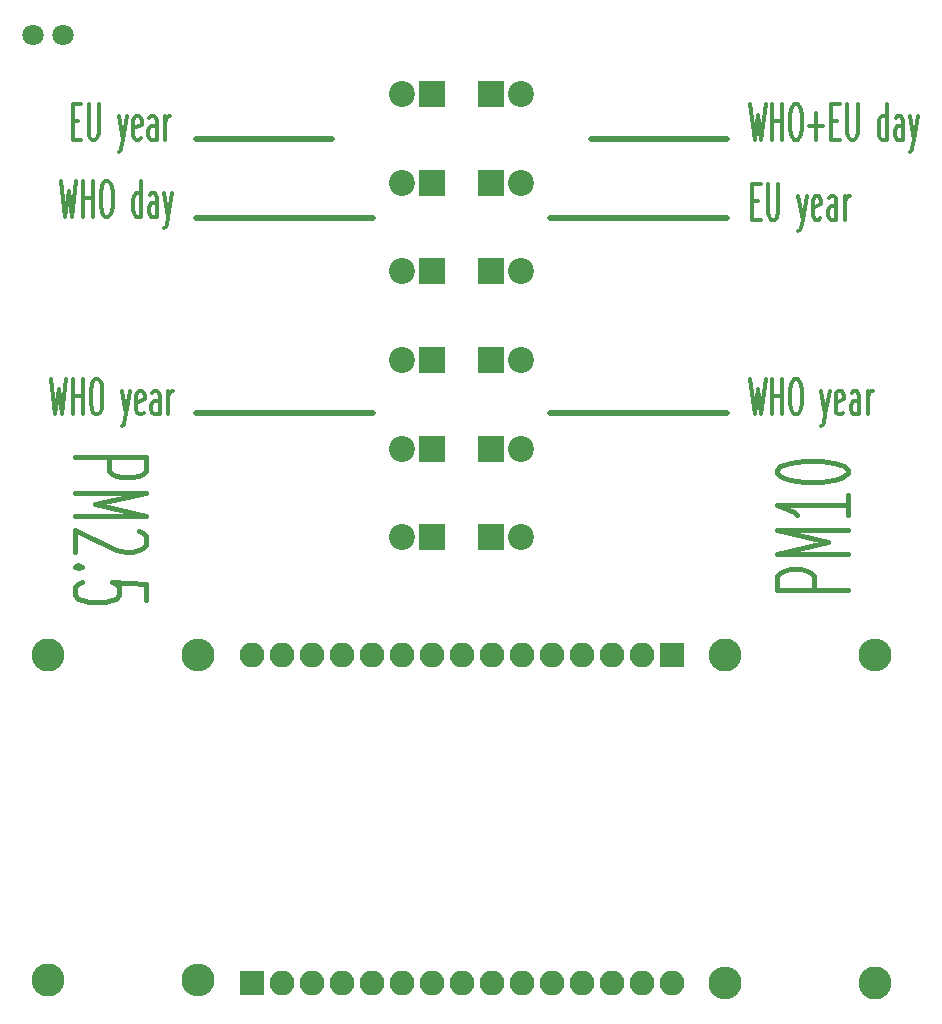
<source format=gbr>
G04 #@! TF.FileFunction,Soldermask,Top*
%FSLAX46Y46*%
G04 Gerber Fmt 4.6, Leading zero omitted, Abs format (unit mm)*
G04 Created by KiCad (PCBNEW 4.0.6+dfsg1-1) date Fri Aug 24 17:23:30 2018*
%MOMM*%
%LPD*%
G01*
G04 APERTURE LIST*
%ADD10C,0.100000*%
%ADD11C,0.500000*%
%ADD12C,0.400000*%
%ADD13C,0.300000*%
%ADD14R,2.200000X2.200000*%
%ADD15C,2.200000*%
%ADD16R,2.100000X2.100000*%
%ADD17O,2.100000X2.100000*%
%ADD18C,1.797000*%
%ADD19C,2.800000*%
%ADD20O,2.800000X2.800000*%
G04 APERTURE END LIST*
D10*
D11*
X80000000Y-87000000D02*
X65000000Y-87000000D01*
X80000000Y-70500000D02*
X65000000Y-70500000D01*
X65000000Y-63750000D02*
X76500000Y-63750000D01*
X110000000Y-63750000D02*
X98500000Y-63750000D01*
X110000000Y-70500000D02*
X95000000Y-70500000D01*
X110000000Y-87000000D02*
X95000000Y-87000000D01*
D12*
X54785714Y-90714286D02*
X60785714Y-90714286D01*
X60785714Y-91857143D01*
X60500000Y-92142857D01*
X60214286Y-92285714D01*
X59642857Y-92428571D01*
X58785714Y-92428571D01*
X58214286Y-92285714D01*
X57928571Y-92142857D01*
X57642857Y-91857143D01*
X57642857Y-90714286D01*
X54785714Y-93714286D02*
X60785714Y-93714286D01*
X56500000Y-94714286D01*
X60785714Y-95714286D01*
X54785714Y-95714286D01*
X60214286Y-97000000D02*
X60500000Y-97142857D01*
X60785714Y-97428571D01*
X60785714Y-98142857D01*
X60500000Y-98428571D01*
X60214286Y-98571428D01*
X59642857Y-98714285D01*
X59071429Y-98714285D01*
X58214286Y-98571428D01*
X54785714Y-96857142D01*
X54785714Y-98714285D01*
X55357143Y-100000000D02*
X55071429Y-100142857D01*
X54785714Y-100000000D01*
X55071429Y-99857143D01*
X55357143Y-100000000D01*
X54785714Y-100000000D01*
X60785714Y-102857142D02*
X60785714Y-101428571D01*
X57928571Y-101285714D01*
X58214286Y-101428571D01*
X58500000Y-101714285D01*
X58500000Y-102428571D01*
X58214286Y-102714285D01*
X57928571Y-102857142D01*
X57357143Y-102999999D01*
X55928571Y-102999999D01*
X55357143Y-102857142D01*
X55071429Y-102714285D01*
X54785714Y-102428571D01*
X54785714Y-101714285D01*
X55071429Y-101428571D01*
X55357143Y-101285714D01*
D13*
X52750000Y-84107143D02*
X53107143Y-87107143D01*
X53392857Y-84964286D01*
X53678571Y-87107143D01*
X54035714Y-84107143D01*
X54607143Y-87107143D02*
X54607143Y-84107143D01*
X54607143Y-85535714D02*
X55464286Y-85535714D01*
X55464286Y-87107143D02*
X55464286Y-84107143D01*
X56464286Y-84107143D02*
X56750000Y-84107143D01*
X56892858Y-84250000D01*
X57035715Y-84535714D01*
X57107143Y-85107143D01*
X57107143Y-86107143D01*
X57035715Y-86678571D01*
X56892858Y-86964286D01*
X56750000Y-87107143D01*
X56464286Y-87107143D01*
X56321429Y-86964286D01*
X56178572Y-86678571D01*
X56107143Y-86107143D01*
X56107143Y-85107143D01*
X56178572Y-84535714D01*
X56321429Y-84250000D01*
X56464286Y-84107143D01*
X58750001Y-85107143D02*
X59107144Y-87107143D01*
X59464286Y-85107143D02*
X59107144Y-87107143D01*
X58964286Y-87821429D01*
X58892858Y-87964286D01*
X58750001Y-88107143D01*
X60607143Y-86964286D02*
X60464286Y-87107143D01*
X60178572Y-87107143D01*
X60035715Y-86964286D01*
X59964286Y-86678571D01*
X59964286Y-85535714D01*
X60035715Y-85250000D01*
X60178572Y-85107143D01*
X60464286Y-85107143D01*
X60607143Y-85250000D01*
X60678572Y-85535714D01*
X60678572Y-85821429D01*
X59964286Y-86107143D01*
X61964286Y-87107143D02*
X61964286Y-85535714D01*
X61892857Y-85250000D01*
X61750000Y-85107143D01*
X61464286Y-85107143D01*
X61321429Y-85250000D01*
X61964286Y-86964286D02*
X61821429Y-87107143D01*
X61464286Y-87107143D01*
X61321429Y-86964286D01*
X61250000Y-86678571D01*
X61250000Y-86392857D01*
X61321429Y-86107143D01*
X61464286Y-85964286D01*
X61821429Y-85964286D01*
X61964286Y-85821429D01*
X62678572Y-87107143D02*
X62678572Y-85107143D01*
X62678572Y-85678571D02*
X62750000Y-85392857D01*
X62821429Y-85250000D01*
X62964286Y-85107143D01*
X63107143Y-85107143D01*
X53607142Y-67357143D02*
X53964285Y-70357143D01*
X54249999Y-68214286D01*
X54535713Y-70357143D01*
X54892856Y-67357143D01*
X55464285Y-70357143D02*
X55464285Y-67357143D01*
X55464285Y-68785714D02*
X56321428Y-68785714D01*
X56321428Y-70357143D02*
X56321428Y-67357143D01*
X57321428Y-67357143D02*
X57607142Y-67357143D01*
X57750000Y-67500000D01*
X57892857Y-67785714D01*
X57964285Y-68357143D01*
X57964285Y-69357143D01*
X57892857Y-69928571D01*
X57750000Y-70214286D01*
X57607142Y-70357143D01*
X57321428Y-70357143D01*
X57178571Y-70214286D01*
X57035714Y-69928571D01*
X56964285Y-69357143D01*
X56964285Y-68357143D01*
X57035714Y-67785714D01*
X57178571Y-67500000D01*
X57321428Y-67357143D01*
X60392857Y-70357143D02*
X60392857Y-67357143D01*
X60392857Y-70214286D02*
X60250000Y-70357143D01*
X59964286Y-70357143D01*
X59821428Y-70214286D01*
X59750000Y-70071429D01*
X59678571Y-69785714D01*
X59678571Y-68928571D01*
X59750000Y-68642857D01*
X59821428Y-68500000D01*
X59964286Y-68357143D01*
X60250000Y-68357143D01*
X60392857Y-68500000D01*
X61750000Y-70357143D02*
X61750000Y-68785714D01*
X61678571Y-68500000D01*
X61535714Y-68357143D01*
X61250000Y-68357143D01*
X61107143Y-68500000D01*
X61750000Y-70214286D02*
X61607143Y-70357143D01*
X61250000Y-70357143D01*
X61107143Y-70214286D01*
X61035714Y-69928571D01*
X61035714Y-69642857D01*
X61107143Y-69357143D01*
X61250000Y-69214286D01*
X61607143Y-69214286D01*
X61750000Y-69071429D01*
X62321429Y-68357143D02*
X62678572Y-70357143D01*
X63035714Y-68357143D02*
X62678572Y-70357143D01*
X62535714Y-71071429D01*
X62464286Y-71214286D01*
X62321429Y-71357143D01*
X54571429Y-62285714D02*
X55071429Y-62285714D01*
X55285715Y-63857143D02*
X54571429Y-63857143D01*
X54571429Y-60857143D01*
X55285715Y-60857143D01*
X55928572Y-60857143D02*
X55928572Y-63285714D01*
X56000000Y-63571429D01*
X56071429Y-63714286D01*
X56214286Y-63857143D01*
X56500000Y-63857143D01*
X56642858Y-63714286D01*
X56714286Y-63571429D01*
X56785715Y-63285714D01*
X56785715Y-60857143D01*
X58500001Y-61857143D02*
X58857144Y-63857143D01*
X59214286Y-61857143D02*
X58857144Y-63857143D01*
X58714286Y-64571429D01*
X58642858Y-64714286D01*
X58500001Y-64857143D01*
X60357143Y-63714286D02*
X60214286Y-63857143D01*
X59928572Y-63857143D01*
X59785715Y-63714286D01*
X59714286Y-63428571D01*
X59714286Y-62285714D01*
X59785715Y-62000000D01*
X59928572Y-61857143D01*
X60214286Y-61857143D01*
X60357143Y-62000000D01*
X60428572Y-62285714D01*
X60428572Y-62571429D01*
X59714286Y-62857143D01*
X61714286Y-63857143D02*
X61714286Y-62285714D01*
X61642857Y-62000000D01*
X61500000Y-61857143D01*
X61214286Y-61857143D01*
X61071429Y-62000000D01*
X61714286Y-63714286D02*
X61571429Y-63857143D01*
X61214286Y-63857143D01*
X61071429Y-63714286D01*
X61000000Y-63428571D01*
X61000000Y-63142857D01*
X61071429Y-62857143D01*
X61214286Y-62714286D01*
X61571429Y-62714286D01*
X61714286Y-62571429D01*
X62428572Y-63857143D02*
X62428572Y-61857143D01*
X62428572Y-62428571D02*
X62500000Y-62142857D01*
X62571429Y-62000000D01*
X62714286Y-61857143D01*
X62857143Y-61857143D01*
X111964286Y-60857143D02*
X112321429Y-63857143D01*
X112607143Y-61714286D01*
X112892857Y-63857143D01*
X113250000Y-60857143D01*
X113821429Y-63857143D02*
X113821429Y-60857143D01*
X113821429Y-62285714D02*
X114678572Y-62285714D01*
X114678572Y-63857143D02*
X114678572Y-60857143D01*
X115678572Y-60857143D02*
X115964286Y-60857143D01*
X116107144Y-61000000D01*
X116250001Y-61285714D01*
X116321429Y-61857143D01*
X116321429Y-62857143D01*
X116250001Y-63428571D01*
X116107144Y-63714286D01*
X115964286Y-63857143D01*
X115678572Y-63857143D01*
X115535715Y-63714286D01*
X115392858Y-63428571D01*
X115321429Y-62857143D01*
X115321429Y-61857143D01*
X115392858Y-61285714D01*
X115535715Y-61000000D01*
X115678572Y-60857143D01*
X116964287Y-62714286D02*
X118107144Y-62714286D01*
X117535715Y-63857143D02*
X117535715Y-61571429D01*
X118821430Y-62285714D02*
X119321430Y-62285714D01*
X119535716Y-63857143D02*
X118821430Y-63857143D01*
X118821430Y-60857143D01*
X119535716Y-60857143D01*
X120178573Y-60857143D02*
X120178573Y-63285714D01*
X120250001Y-63571429D01*
X120321430Y-63714286D01*
X120464287Y-63857143D01*
X120750001Y-63857143D01*
X120892859Y-63714286D01*
X120964287Y-63571429D01*
X121035716Y-63285714D01*
X121035716Y-60857143D01*
X123535716Y-63857143D02*
X123535716Y-60857143D01*
X123535716Y-63714286D02*
X123392859Y-63857143D01*
X123107145Y-63857143D01*
X122964287Y-63714286D01*
X122892859Y-63571429D01*
X122821430Y-63285714D01*
X122821430Y-62428571D01*
X122892859Y-62142857D01*
X122964287Y-62000000D01*
X123107145Y-61857143D01*
X123392859Y-61857143D01*
X123535716Y-62000000D01*
X124892859Y-63857143D02*
X124892859Y-62285714D01*
X124821430Y-62000000D01*
X124678573Y-61857143D01*
X124392859Y-61857143D01*
X124250002Y-62000000D01*
X124892859Y-63714286D02*
X124750002Y-63857143D01*
X124392859Y-63857143D01*
X124250002Y-63714286D01*
X124178573Y-63428571D01*
X124178573Y-63142857D01*
X124250002Y-62857143D01*
X124392859Y-62714286D01*
X124750002Y-62714286D01*
X124892859Y-62571429D01*
X125464288Y-61857143D02*
X125821431Y-63857143D01*
X126178573Y-61857143D02*
X125821431Y-63857143D01*
X125678573Y-64571429D01*
X125607145Y-64714286D01*
X125464288Y-64857143D01*
X112107143Y-69035714D02*
X112607143Y-69035714D01*
X112821429Y-70607143D02*
X112107143Y-70607143D01*
X112107143Y-67607143D01*
X112821429Y-67607143D01*
X113464286Y-67607143D02*
X113464286Y-70035714D01*
X113535714Y-70321429D01*
X113607143Y-70464286D01*
X113750000Y-70607143D01*
X114035714Y-70607143D01*
X114178572Y-70464286D01*
X114250000Y-70321429D01*
X114321429Y-70035714D01*
X114321429Y-67607143D01*
X116035715Y-68607143D02*
X116392858Y-70607143D01*
X116750000Y-68607143D02*
X116392858Y-70607143D01*
X116250000Y-71321429D01*
X116178572Y-71464286D01*
X116035715Y-71607143D01*
X117892857Y-70464286D02*
X117750000Y-70607143D01*
X117464286Y-70607143D01*
X117321429Y-70464286D01*
X117250000Y-70178571D01*
X117250000Y-69035714D01*
X117321429Y-68750000D01*
X117464286Y-68607143D01*
X117750000Y-68607143D01*
X117892857Y-68750000D01*
X117964286Y-69035714D01*
X117964286Y-69321429D01*
X117250000Y-69607143D01*
X119250000Y-70607143D02*
X119250000Y-69035714D01*
X119178571Y-68750000D01*
X119035714Y-68607143D01*
X118750000Y-68607143D01*
X118607143Y-68750000D01*
X119250000Y-70464286D02*
X119107143Y-70607143D01*
X118750000Y-70607143D01*
X118607143Y-70464286D01*
X118535714Y-70178571D01*
X118535714Y-69892857D01*
X118607143Y-69607143D01*
X118750000Y-69464286D01*
X119107143Y-69464286D01*
X119250000Y-69321429D01*
X119964286Y-70607143D02*
X119964286Y-68607143D01*
X119964286Y-69178571D02*
X120035714Y-68892857D01*
X120107143Y-68750000D01*
X120250000Y-68607143D01*
X120392857Y-68607143D01*
X111964286Y-84107143D02*
X112321429Y-87107143D01*
X112607143Y-84964286D01*
X112892857Y-87107143D01*
X113250000Y-84107143D01*
X113821429Y-87107143D02*
X113821429Y-84107143D01*
X113821429Y-85535714D02*
X114678572Y-85535714D01*
X114678572Y-87107143D02*
X114678572Y-84107143D01*
X115678572Y-84107143D02*
X115964286Y-84107143D01*
X116107144Y-84250000D01*
X116250001Y-84535714D01*
X116321429Y-85107143D01*
X116321429Y-86107143D01*
X116250001Y-86678571D01*
X116107144Y-86964286D01*
X115964286Y-87107143D01*
X115678572Y-87107143D01*
X115535715Y-86964286D01*
X115392858Y-86678571D01*
X115321429Y-86107143D01*
X115321429Y-85107143D01*
X115392858Y-84535714D01*
X115535715Y-84250000D01*
X115678572Y-84107143D01*
X117964287Y-85107143D02*
X118321430Y-87107143D01*
X118678572Y-85107143D02*
X118321430Y-87107143D01*
X118178572Y-87821429D01*
X118107144Y-87964286D01*
X117964287Y-88107143D01*
X119821429Y-86964286D02*
X119678572Y-87107143D01*
X119392858Y-87107143D01*
X119250001Y-86964286D01*
X119178572Y-86678571D01*
X119178572Y-85535714D01*
X119250001Y-85250000D01*
X119392858Y-85107143D01*
X119678572Y-85107143D01*
X119821429Y-85250000D01*
X119892858Y-85535714D01*
X119892858Y-85821429D01*
X119178572Y-86107143D01*
X121178572Y-87107143D02*
X121178572Y-85535714D01*
X121107143Y-85250000D01*
X120964286Y-85107143D01*
X120678572Y-85107143D01*
X120535715Y-85250000D01*
X121178572Y-86964286D02*
X121035715Y-87107143D01*
X120678572Y-87107143D01*
X120535715Y-86964286D01*
X120464286Y-86678571D01*
X120464286Y-86392857D01*
X120535715Y-86107143D01*
X120678572Y-85964286D01*
X121035715Y-85964286D01*
X121178572Y-85821429D01*
X121892858Y-87107143D02*
X121892858Y-85107143D01*
X121892858Y-85678571D02*
X121964286Y-85392857D01*
X122035715Y-85250000D01*
X122178572Y-85107143D01*
X122321429Y-85107143D01*
D12*
X120214286Y-101928571D02*
X114214286Y-101928571D01*
X114214286Y-100785714D01*
X114500000Y-100500000D01*
X114785714Y-100357143D01*
X115357143Y-100214286D01*
X116214286Y-100214286D01*
X116785714Y-100357143D01*
X117071429Y-100500000D01*
X117357143Y-100785714D01*
X117357143Y-101928571D01*
X120214286Y-98928571D02*
X114214286Y-98928571D01*
X118500000Y-97928571D01*
X114214286Y-96928571D01*
X120214286Y-96928571D01*
X120214286Y-93928572D02*
X120214286Y-95642857D01*
X120214286Y-94785715D02*
X114214286Y-94785715D01*
X115071429Y-95071429D01*
X115642857Y-95357143D01*
X115928571Y-95642857D01*
X114214286Y-92071429D02*
X114214286Y-91785714D01*
X114500000Y-91500000D01*
X114785714Y-91357143D01*
X115357143Y-91214286D01*
X116500000Y-91071429D01*
X117928571Y-91071429D01*
X119071429Y-91214286D01*
X119642857Y-91357143D01*
X119928571Y-91500000D01*
X120214286Y-91785714D01*
X120214286Y-92071429D01*
X119928571Y-92357143D01*
X119642857Y-92500000D01*
X119071429Y-92642857D01*
X117928571Y-92785714D01*
X116500000Y-92785714D01*
X115357143Y-92642857D01*
X114785714Y-92500000D01*
X114500000Y-92357143D01*
X114214286Y-92071429D01*
D14*
X85000000Y-90000000D03*
D15*
X82460000Y-90000000D03*
D14*
X85000000Y-82500000D03*
D15*
X82460000Y-82500000D03*
D14*
X85000000Y-75000000D03*
D15*
X82460000Y-75000000D03*
D14*
X85000000Y-67500000D03*
D15*
X82460000Y-67500000D03*
D14*
X85000000Y-60000000D03*
D15*
X82460000Y-60000000D03*
D14*
X89960000Y-97500000D03*
D15*
X92500000Y-97500000D03*
D14*
X90000000Y-90000000D03*
D15*
X92540000Y-90000000D03*
D14*
X90000000Y-82500000D03*
D15*
X92540000Y-82500000D03*
D14*
X90000000Y-75000000D03*
D15*
X92540000Y-75000000D03*
D14*
X90000000Y-67500000D03*
D15*
X92540000Y-67500000D03*
D14*
X90000000Y-60000000D03*
D15*
X92540000Y-60000000D03*
D16*
X105310000Y-107500000D03*
D17*
X102770000Y-107500000D03*
X100230000Y-107500000D03*
X97690000Y-107500000D03*
X95150000Y-107500000D03*
X92610000Y-107500000D03*
X90070000Y-107500000D03*
X87530000Y-107500000D03*
X84990000Y-107500000D03*
X82450000Y-107500000D03*
X79910000Y-107500000D03*
X77370000Y-107500000D03*
X74830000Y-107500000D03*
X72290000Y-107500000D03*
X69750000Y-107500000D03*
D16*
X69750000Y-135250000D03*
D17*
X72290000Y-135250000D03*
X74830000Y-135250000D03*
X77370000Y-135250000D03*
X79910000Y-135250000D03*
X82450000Y-135250000D03*
X84990000Y-135250000D03*
X87530000Y-135250000D03*
X90070000Y-135250000D03*
X92610000Y-135250000D03*
X95150000Y-135250000D03*
X97690000Y-135250000D03*
X100230000Y-135250000D03*
X102770000Y-135250000D03*
X105310000Y-135250000D03*
D14*
X85000000Y-97500000D03*
D15*
X82460000Y-97500000D03*
D18*
X53770000Y-55000000D03*
X51230000Y-55000000D03*
D19*
X52500000Y-107500000D03*
D20*
X65200000Y-107500000D03*
D19*
X109800000Y-107500000D03*
D20*
X122500000Y-107500000D03*
D19*
X52500000Y-135000000D03*
D20*
X65200000Y-135000000D03*
D19*
X122500000Y-135250000D03*
D20*
X109800000Y-135250000D03*
M02*

</source>
